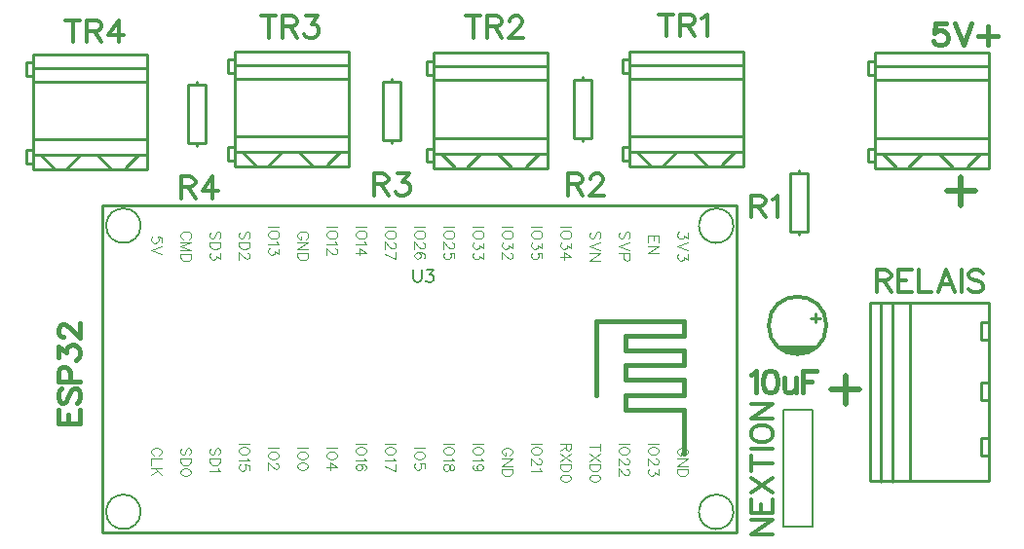
<source format=gto>
G04 Layer: TopSilkLayer*
G04 EasyEDA v6.4.19.4, 2021-06-27T21:00:09+02:00*
G04 fb06414095cb4972a754c1e5e836c03f,10*
G04 Gerber Generator version 0.2*
G04 Scale: 100 percent, Rotated: No, Reflected: No *
G04 Dimensions in millimeters *
G04 leading zeros omitted , absolute positions ,4 integer and 5 decimal *
%FSLAX45Y45*%
%MOMM*%

%ADD10C,0.2540*%
%ADD15C,0.2032*%
%ADD16C,0.2030*%
%ADD17C,0.4064*%
%ADD18C,0.3000*%
%ADD19C,0.1501*%
%ADD20C,0.5000*%
%ADD21C,0.4000*%
%ADD22C,0.1524*%
%ADD23C,0.0813*%

%LPD*%
D20*
X8352281Y3576573D02*
G01*
X8352281Y3330955D01*
X8229600Y3453892D02*
G01*
X8474963Y3453892D01*
X7348981Y1849373D02*
G01*
X7348981Y1603755D01*
X7226300Y1726692D02*
G01*
X7471663Y1726692D01*
D21*
X6527800Y1854454D02*
G01*
X6546088Y1863597D01*
X6573265Y1891029D01*
X6573265Y1700021D01*
X6687820Y1891029D02*
G01*
X6660641Y1881886D01*
X6642354Y1854454D01*
X6633209Y1808987D01*
X6633209Y1781810D01*
X6642354Y1736344D01*
X6660641Y1709165D01*
X6687820Y1700021D01*
X6706108Y1700021D01*
X6733286Y1709165D01*
X6751320Y1736344D01*
X6760463Y1781810D01*
X6760463Y1808987D01*
X6751320Y1854454D01*
X6733286Y1881886D01*
X6706108Y1891029D01*
X6687820Y1891029D01*
X6820408Y1827276D02*
G01*
X6820408Y1736344D01*
X6829552Y1709165D01*
X6847840Y1700021D01*
X6875018Y1700021D01*
X6893306Y1709165D01*
X6920484Y1736344D01*
X6920484Y1827276D02*
G01*
X6920484Y1700021D01*
X6980427Y1891029D02*
G01*
X6980427Y1700021D01*
X6980427Y1891029D02*
G01*
X7098791Y1891029D01*
X6980427Y1800097D02*
G01*
X7053325Y1800097D01*
D18*
X6529070Y469900D02*
G01*
X6720077Y469900D01*
X6529070Y469900D02*
G01*
X6720077Y597154D01*
X6529070Y597154D02*
G01*
X6720077Y597154D01*
X6529070Y657097D02*
G01*
X6720077Y657097D01*
X6529070Y657097D02*
G01*
X6529070Y775462D01*
X6620002Y657097D02*
G01*
X6620002Y729995D01*
X6720077Y657097D02*
G01*
X6720077Y775462D01*
X6529070Y835405D02*
G01*
X6720077Y962660D01*
X6529070Y962660D02*
G01*
X6720077Y835405D01*
X6529070Y1086357D02*
G01*
X6720077Y1086357D01*
X6529070Y1022604D02*
G01*
X6529070Y1149857D01*
X6529070Y1209802D02*
G01*
X6720077Y1209802D01*
X6529070Y1324355D02*
G01*
X6538213Y1306321D01*
X6556502Y1288034D01*
X6574536Y1278889D01*
X6601968Y1270000D01*
X6647434Y1270000D01*
X6674611Y1278889D01*
X6692900Y1288034D01*
X6710934Y1306321D01*
X6720077Y1324355D01*
X6720077Y1360931D01*
X6710934Y1378965D01*
X6692900Y1397254D01*
X6674611Y1406144D01*
X6647434Y1415287D01*
X6601968Y1415287D01*
X6574536Y1406144D01*
X6556502Y1397254D01*
X6538213Y1378965D01*
X6529070Y1360931D01*
X6529070Y1324355D01*
X6529070Y1475231D02*
G01*
X6720077Y1475231D01*
X6529070Y1475231D02*
G01*
X6720077Y1602739D01*
X6529070Y1602739D02*
G01*
X6720077Y1602739D01*
X7620000Y2767329D02*
G01*
X7620000Y2576321D01*
X7620000Y2767329D02*
G01*
X7701788Y2767329D01*
X7728965Y2758186D01*
X7738109Y2749042D01*
X7747254Y2730754D01*
X7747254Y2712720D01*
X7738109Y2694431D01*
X7728965Y2685287D01*
X7701788Y2676397D01*
X7620000Y2676397D01*
X7683754Y2676397D02*
G01*
X7747254Y2576321D01*
X7807197Y2767329D02*
G01*
X7807197Y2576321D01*
X7807197Y2767329D02*
G01*
X7925561Y2767329D01*
X7807197Y2676397D02*
G01*
X7880095Y2676397D01*
X7807197Y2576321D02*
G01*
X7925561Y2576321D01*
X7985506Y2767329D02*
G01*
X7985506Y2576321D01*
X7985506Y2576321D02*
G01*
X8094472Y2576321D01*
X8227313Y2767329D02*
G01*
X8154670Y2576321D01*
X8227313Y2767329D02*
G01*
X8299958Y2576321D01*
X8181847Y2639821D02*
G01*
X8272779Y2639821D01*
X8359902Y2767329D02*
G01*
X8359902Y2576321D01*
X8547354Y2739897D02*
G01*
X8529065Y2758186D01*
X8501888Y2767329D01*
X8465565Y2767329D01*
X8438134Y2758186D01*
X8420100Y2739897D01*
X8420100Y2721863D01*
X8428990Y2703576D01*
X8438134Y2694431D01*
X8456422Y2685287D01*
X8511031Y2667254D01*
X8529065Y2658110D01*
X8538209Y2648965D01*
X8547354Y2630931D01*
X8547354Y2603500D01*
X8529065Y2585465D01*
X8501888Y2576321D01*
X8465565Y2576321D01*
X8438134Y2585465D01*
X8420100Y2603500D01*
X635254Y4939029D02*
G01*
X635254Y4748021D01*
X571500Y4939029D02*
G01*
X698754Y4939029D01*
X758697Y4939029D02*
G01*
X758697Y4748021D01*
X758697Y4939029D02*
G01*
X840486Y4939029D01*
X867918Y4929886D01*
X877062Y4920742D01*
X885952Y4902454D01*
X885952Y4884420D01*
X877062Y4866131D01*
X867918Y4856987D01*
X840486Y4848097D01*
X758697Y4848097D01*
X822452Y4848097D02*
G01*
X885952Y4748021D01*
X1036828Y4939029D02*
G01*
X946150Y4811521D01*
X1082294Y4811521D01*
X1036828Y4939029D02*
G01*
X1036828Y4748021D01*
X2337054Y4977129D02*
G01*
X2337054Y4786121D01*
X2273300Y4977129D02*
G01*
X2400554Y4977129D01*
X2460497Y4977129D02*
G01*
X2460497Y4786121D01*
X2460497Y4977129D02*
G01*
X2542286Y4977129D01*
X2569718Y4967986D01*
X2578861Y4958842D01*
X2587752Y4940554D01*
X2587752Y4922520D01*
X2578861Y4904231D01*
X2569718Y4895087D01*
X2542286Y4886197D01*
X2460497Y4886197D01*
X2524252Y4886197D02*
G01*
X2587752Y4786121D01*
X2665984Y4977129D02*
G01*
X2766059Y4977129D01*
X2711450Y4904231D01*
X2738627Y4904231D01*
X2756915Y4895087D01*
X2766059Y4886197D01*
X2775204Y4858765D01*
X2775204Y4840731D01*
X2766059Y4813300D01*
X2747772Y4795265D01*
X2720593Y4786121D01*
X2693415Y4786121D01*
X2665984Y4795265D01*
X2656840Y4804410D01*
X2647950Y4822444D01*
X4114812Y4977129D02*
G01*
X4114812Y4786121D01*
X4051312Y4977129D02*
G01*
X4178566Y4977129D01*
X4238510Y4977129D02*
G01*
X4238510Y4786121D01*
X4238510Y4977129D02*
G01*
X4320298Y4977129D01*
X4347730Y4967986D01*
X4356874Y4958842D01*
X4365764Y4940554D01*
X4365764Y4922520D01*
X4356874Y4904231D01*
X4347730Y4895087D01*
X4320298Y4886197D01*
X4238510Y4886197D01*
X4302264Y4886197D02*
G01*
X4365764Y4786121D01*
X4434852Y4931663D02*
G01*
X4434852Y4940554D01*
X4443996Y4958842D01*
X4453140Y4967986D01*
X4471174Y4977129D01*
X4507750Y4977129D01*
X4525784Y4967986D01*
X4534928Y4958842D01*
X4544072Y4940554D01*
X4544072Y4922520D01*
X4534928Y4904231D01*
X4516640Y4877054D01*
X4425962Y4786121D01*
X4553216Y4786121D01*
D21*
X8224265Y4913629D02*
G01*
X8133588Y4913629D01*
X8124443Y4831587D01*
X8133588Y4840731D01*
X8160765Y4849876D01*
X8187943Y4849876D01*
X8215375Y4840731D01*
X8233409Y4822697D01*
X8242554Y4795265D01*
X8242554Y4777231D01*
X8233409Y4749800D01*
X8215375Y4731765D01*
X8187943Y4722621D01*
X8160765Y4722621D01*
X8133588Y4731765D01*
X8124443Y4740910D01*
X8115300Y4758944D01*
X8302497Y4913629D02*
G01*
X8375395Y4722621D01*
X8448040Y4913629D02*
G01*
X8375395Y4722621D01*
X8589772Y4886197D02*
G01*
X8589772Y4722621D01*
X8507984Y4804410D02*
G01*
X8671559Y4804410D01*
D18*
X5791212Y4989829D02*
G01*
X5791212Y4798821D01*
X5727712Y4989829D02*
G01*
X5854966Y4989829D01*
X5914910Y4989829D02*
G01*
X5914910Y4798821D01*
X5914910Y4989829D02*
G01*
X5996698Y4989829D01*
X6024130Y4980686D01*
X6033274Y4971542D01*
X6042164Y4953254D01*
X6042164Y4935220D01*
X6033274Y4916931D01*
X6024130Y4907787D01*
X5996698Y4898897D01*
X5914910Y4898897D01*
X5978664Y4898897D02*
G01*
X6042164Y4798821D01*
X6102362Y4953254D02*
G01*
X6120396Y4962397D01*
X6147574Y4989829D01*
X6147574Y4798821D01*
X6527800Y3415029D02*
G01*
X6527800Y3224021D01*
X6527800Y3415029D02*
G01*
X6609588Y3415029D01*
X6636765Y3405886D01*
X6645909Y3396742D01*
X6655054Y3378454D01*
X6655054Y3360420D01*
X6645909Y3342131D01*
X6636765Y3332987D01*
X6609588Y3324097D01*
X6527800Y3324097D01*
X6591554Y3324097D02*
G01*
X6655054Y3224021D01*
X6714997Y3378454D02*
G01*
X6733286Y3387597D01*
X6760463Y3415029D01*
X6760463Y3224021D01*
X3251200Y3605529D02*
G01*
X3251200Y3414521D01*
X3251200Y3605529D02*
G01*
X3332988Y3605529D01*
X3360165Y3596386D01*
X3369309Y3587242D01*
X3378454Y3568954D01*
X3378454Y3550920D01*
X3369309Y3532631D01*
X3360165Y3523487D01*
X3332988Y3514597D01*
X3251200Y3514597D01*
X3314954Y3514597D02*
G01*
X3378454Y3414521D01*
X3456686Y3605529D02*
G01*
X3556761Y3605529D01*
X3502152Y3532631D01*
X3529329Y3532631D01*
X3547618Y3523487D01*
X3556761Y3514597D01*
X3565652Y3487165D01*
X3565652Y3469131D01*
X3556761Y3441700D01*
X3538474Y3423665D01*
X3511295Y3414521D01*
X3483863Y3414521D01*
X3456686Y3423665D01*
X3447541Y3432810D01*
X3438397Y3450844D01*
X1574800Y3580129D02*
G01*
X1574800Y3389121D01*
X1574800Y3580129D02*
G01*
X1656587Y3580129D01*
X1683765Y3570986D01*
X1692910Y3561842D01*
X1702054Y3543554D01*
X1702054Y3525520D01*
X1692910Y3507231D01*
X1683765Y3498087D01*
X1656587Y3489197D01*
X1574800Y3489197D01*
X1638554Y3489197D02*
G01*
X1702054Y3389121D01*
X1852929Y3580129D02*
G01*
X1761997Y3452621D01*
X1898395Y3452621D01*
X1852929Y3580129D02*
G01*
X1852929Y3389121D01*
X4940300Y3605529D02*
G01*
X4940300Y3414521D01*
X4940300Y3605529D02*
G01*
X5022088Y3605529D01*
X5049265Y3596386D01*
X5058409Y3587242D01*
X5067554Y3568954D01*
X5067554Y3550920D01*
X5058409Y3532631D01*
X5049265Y3523487D01*
X5022088Y3514597D01*
X4940300Y3514597D01*
X5004054Y3514597D02*
G01*
X5067554Y3414521D01*
X5136641Y3560063D02*
G01*
X5136641Y3568954D01*
X5145786Y3587242D01*
X5154929Y3596386D01*
X5172963Y3605529D01*
X5209286Y3605529D01*
X5227574Y3596386D01*
X5236718Y3587242D01*
X5245861Y3568954D01*
X5245861Y3550920D01*
X5236718Y3532631D01*
X5218429Y3505454D01*
X5127497Y3414521D01*
X5254752Y3414521D01*
D22*
X3594100Y2769615D02*
G01*
X3594100Y2691637D01*
X3599179Y2676144D01*
X3609593Y2665729D01*
X3625341Y2660650D01*
X3635756Y2660650D01*
X3651250Y2665729D01*
X3661663Y2676144D01*
X3666743Y2691637D01*
X3666743Y2769615D01*
X3711447Y2769615D02*
G01*
X3768597Y2769615D01*
X3737609Y2727960D01*
X3753104Y2727960D01*
X3763518Y2722879D01*
X3768597Y2717800D01*
X3773931Y2702052D01*
X3773931Y2691637D01*
X3768597Y2676144D01*
X3758184Y2665729D01*
X3742690Y2660650D01*
X3727195Y2660650D01*
X3711447Y2665729D01*
X3706368Y2670810D01*
X3701034Y2681223D01*
D23*
X5982970Y3092957D02*
G01*
X5982970Y3044697D01*
X5947663Y3071113D01*
X5947663Y3057905D01*
X5943345Y3049270D01*
X5939027Y3044697D01*
X5925820Y3040379D01*
X5917184Y3040379D01*
X5903975Y3044697D01*
X5895086Y3053587D01*
X5890768Y3066795D01*
X5890768Y3080004D01*
X5895086Y3092957D01*
X5899404Y3097529D01*
X5908293Y3101847D01*
X5982970Y3011423D02*
G01*
X5890768Y2976371D01*
X5982970Y2941320D02*
G01*
X5890768Y2976371D01*
X5982970Y2903473D02*
G01*
X5982970Y2855213D01*
X5947663Y2881629D01*
X5947663Y2868421D01*
X5943345Y2859531D01*
X5939027Y2855213D01*
X5925820Y2850895D01*
X5917184Y2850895D01*
X5903975Y2855213D01*
X5895086Y2864104D01*
X5890768Y2877312D01*
X5890768Y2890265D01*
X5895086Y2903473D01*
X5899404Y2907792D01*
X5908293Y2912363D01*
X5728970Y3063239D02*
G01*
X5636768Y3063239D01*
X5728970Y3063239D02*
G01*
X5728970Y3006089D01*
X5685027Y3063239D02*
G01*
X5685027Y3028187D01*
X5636768Y3063239D02*
G01*
X5636768Y3006089D01*
X5728970Y2977134D02*
G01*
X5636768Y2977134D01*
X5728970Y2977134D02*
G01*
X5636768Y2915920D01*
X5728970Y2915920D02*
G01*
X5636768Y2915920D01*
X5461761Y3040379D02*
G01*
X5470397Y3049270D01*
X5474970Y3062223D01*
X5474970Y3080004D01*
X5470397Y3092957D01*
X5461761Y3101847D01*
X5452872Y3101847D01*
X5444236Y3097529D01*
X5439663Y3092957D01*
X5435345Y3084321D01*
X5426709Y3057905D01*
X5422138Y3049270D01*
X5417820Y3044697D01*
X5409184Y3040379D01*
X5395975Y3040379D01*
X5387086Y3049270D01*
X5382768Y3062223D01*
X5382768Y3080004D01*
X5387086Y3092957D01*
X5395975Y3101847D01*
X5474970Y3011423D02*
G01*
X5382768Y2976371D01*
X5474970Y2941320D02*
G01*
X5382768Y2976371D01*
X5474970Y2912363D02*
G01*
X5382768Y2912363D01*
X5474970Y2912363D02*
G01*
X5474970Y2872739D01*
X5470397Y2859531D01*
X5466079Y2855213D01*
X5457443Y2850895D01*
X5444236Y2850895D01*
X5435345Y2855213D01*
X5431027Y2859531D01*
X5426709Y2872739D01*
X5426709Y2912363D01*
X5207761Y3040379D02*
G01*
X5216397Y3049270D01*
X5220970Y3062223D01*
X5220970Y3080004D01*
X5216397Y3092957D01*
X5207761Y3101847D01*
X5198872Y3101847D01*
X5190236Y3097529D01*
X5185663Y3092957D01*
X5181345Y3084321D01*
X5172709Y3057905D01*
X5168138Y3049270D01*
X5163820Y3044697D01*
X5155184Y3040379D01*
X5141975Y3040379D01*
X5133086Y3049270D01*
X5128768Y3062223D01*
X5128768Y3080004D01*
X5133086Y3092957D01*
X5141975Y3101847D01*
X5220970Y3011423D02*
G01*
X5128768Y2976371D01*
X5220970Y2941320D02*
G01*
X5128768Y2976371D01*
X5220970Y2912363D02*
G01*
X5128768Y2912363D01*
X5220970Y2912363D02*
G01*
X5128768Y2850895D01*
X5220970Y2850895D02*
G01*
X5128768Y2850895D01*
X4966970Y3140455D02*
G01*
X4874768Y3140455D01*
X4966970Y3085084D02*
G01*
X4962397Y3093973D01*
X4953761Y3102610D01*
X4944872Y3107181D01*
X4931918Y3111500D01*
X4909820Y3111500D01*
X4896611Y3107181D01*
X4887975Y3102610D01*
X4879086Y3093973D01*
X4874768Y3085084D01*
X4874768Y3067557D01*
X4879086Y3058921D01*
X4887975Y3050031D01*
X4896611Y3045713D01*
X4909820Y3041395D01*
X4931918Y3041395D01*
X4944872Y3045713D01*
X4953761Y3050031D01*
X4962397Y3058921D01*
X4966970Y3067557D01*
X4966970Y3085084D01*
X4966970Y3003550D02*
G01*
X4966970Y2955289D01*
X4931918Y2981705D01*
X4931918Y2968497D01*
X4927345Y2959607D01*
X4923027Y2955289D01*
X4909820Y2950971D01*
X4901184Y2950971D01*
X4887975Y2955289D01*
X4879086Y2964179D01*
X4874768Y2977134D01*
X4874768Y2990342D01*
X4879086Y3003550D01*
X4883658Y3007868D01*
X4892293Y3012439D01*
X4966970Y2878073D02*
G01*
X4905502Y2922015D01*
X4905502Y2856229D01*
X4966970Y2878073D02*
G01*
X4874768Y2878073D01*
X4712970Y3140455D02*
G01*
X4620768Y3140455D01*
X4712970Y3085084D02*
G01*
X4708397Y3093973D01*
X4699761Y3102610D01*
X4690872Y3107181D01*
X4677918Y3111500D01*
X4655820Y3111500D01*
X4642611Y3107181D01*
X4633975Y3102610D01*
X4625086Y3093973D01*
X4620768Y3085084D01*
X4620768Y3067557D01*
X4625086Y3058921D01*
X4633975Y3050031D01*
X4642611Y3045713D01*
X4655820Y3041395D01*
X4677918Y3041395D01*
X4690872Y3045713D01*
X4699761Y3050031D01*
X4708397Y3058921D01*
X4712970Y3067557D01*
X4712970Y3085084D01*
X4712970Y3003550D02*
G01*
X4712970Y2955289D01*
X4677918Y2981705D01*
X4677918Y2968497D01*
X4673345Y2959607D01*
X4669027Y2955289D01*
X4655820Y2950971D01*
X4647184Y2950971D01*
X4633975Y2955289D01*
X4625086Y2964179D01*
X4620768Y2977134D01*
X4620768Y2990342D01*
X4625086Y3003550D01*
X4629658Y3007868D01*
X4638293Y3012439D01*
X4712970Y2869184D02*
G01*
X4712970Y2913126D01*
X4673345Y2917444D01*
X4677918Y2913126D01*
X4682236Y2899918D01*
X4682236Y2886963D01*
X4677918Y2873755D01*
X4669027Y2864865D01*
X4655820Y2860547D01*
X4647184Y2860547D01*
X4633975Y2864865D01*
X4625086Y2873755D01*
X4620768Y2886963D01*
X4620768Y2899918D01*
X4625086Y2913126D01*
X4629658Y2917444D01*
X4638293Y2922015D01*
X4458970Y3140455D02*
G01*
X4366768Y3140455D01*
X4458970Y3085084D02*
G01*
X4454397Y3093973D01*
X4445761Y3102610D01*
X4436872Y3107181D01*
X4423918Y3111500D01*
X4401820Y3111500D01*
X4388611Y3107181D01*
X4379975Y3102610D01*
X4371086Y3093973D01*
X4366768Y3085084D01*
X4366768Y3067557D01*
X4371086Y3058921D01*
X4379975Y3050031D01*
X4388611Y3045713D01*
X4401820Y3041395D01*
X4423918Y3041395D01*
X4436872Y3045713D01*
X4445761Y3050031D01*
X4454397Y3058921D01*
X4458970Y3067557D01*
X4458970Y3085084D01*
X4458970Y3003550D02*
G01*
X4458970Y2955289D01*
X4423918Y2981705D01*
X4423918Y2968497D01*
X4419345Y2959607D01*
X4415027Y2955289D01*
X4401820Y2950971D01*
X4393184Y2950971D01*
X4379975Y2955289D01*
X4371086Y2964179D01*
X4366768Y2977134D01*
X4366768Y2990342D01*
X4371086Y3003550D01*
X4375658Y3007868D01*
X4384293Y3012439D01*
X4436872Y2917444D02*
G01*
X4441443Y2917444D01*
X4450079Y2913126D01*
X4454397Y2908807D01*
X4458970Y2899918D01*
X4458970Y2882392D01*
X4454397Y2873755D01*
X4450079Y2869184D01*
X4441443Y2864865D01*
X4432554Y2864865D01*
X4423918Y2869184D01*
X4410709Y2878073D01*
X4366768Y2922015D01*
X4366768Y2860547D01*
X4204970Y3140455D02*
G01*
X4112768Y3140455D01*
X4204970Y3085084D02*
G01*
X4200397Y3093973D01*
X4191761Y3102610D01*
X4182872Y3107181D01*
X4169918Y3111500D01*
X4147820Y3111500D01*
X4134611Y3107181D01*
X4125975Y3102610D01*
X4117086Y3093973D01*
X4112768Y3085084D01*
X4112768Y3067557D01*
X4117086Y3058921D01*
X4125975Y3050031D01*
X4134611Y3045713D01*
X4147820Y3041395D01*
X4169918Y3041395D01*
X4182872Y3045713D01*
X4191761Y3050031D01*
X4200397Y3058921D01*
X4204970Y3067557D01*
X4204970Y3085084D01*
X4204970Y3003550D02*
G01*
X4204970Y2955289D01*
X4169918Y2981705D01*
X4169918Y2968497D01*
X4165345Y2959607D01*
X4161027Y2955289D01*
X4147820Y2950971D01*
X4139184Y2950971D01*
X4125975Y2955289D01*
X4117086Y2964179D01*
X4112768Y2977134D01*
X4112768Y2990342D01*
X4117086Y3003550D01*
X4121658Y3007868D01*
X4130293Y3012439D01*
X4204970Y2913126D02*
G01*
X4204970Y2864865D01*
X4169918Y2891281D01*
X4169918Y2878073D01*
X4165345Y2869184D01*
X4161027Y2864865D01*
X4147820Y2860547D01*
X4139184Y2860547D01*
X4125975Y2864865D01*
X4117086Y2873755D01*
X4112768Y2886963D01*
X4112768Y2899918D01*
X4117086Y2913126D01*
X4121658Y2917444D01*
X4130293Y2922015D01*
X3950970Y3140455D02*
G01*
X3858768Y3140455D01*
X3950970Y3085084D02*
G01*
X3946397Y3093973D01*
X3937761Y3102610D01*
X3928872Y3107181D01*
X3915918Y3111500D01*
X3893820Y3111500D01*
X3880611Y3107181D01*
X3871975Y3102610D01*
X3863086Y3093973D01*
X3858768Y3085084D01*
X3858768Y3067557D01*
X3863086Y3058921D01*
X3871975Y3050031D01*
X3880611Y3045713D01*
X3893820Y3041395D01*
X3915918Y3041395D01*
X3928872Y3045713D01*
X3937761Y3050031D01*
X3946397Y3058921D01*
X3950970Y3067557D01*
X3950970Y3085084D01*
X3928872Y3007868D02*
G01*
X3933443Y3007868D01*
X3942079Y3003550D01*
X3946397Y2999231D01*
X3950970Y2990342D01*
X3950970Y2972815D01*
X3946397Y2964179D01*
X3942079Y2959607D01*
X3933443Y2955289D01*
X3924554Y2955289D01*
X3915918Y2959607D01*
X3902709Y2968497D01*
X3858768Y3012439D01*
X3858768Y2950971D01*
X3950970Y2869184D02*
G01*
X3950970Y2913126D01*
X3911345Y2917444D01*
X3915918Y2913126D01*
X3920236Y2899918D01*
X3920236Y2886963D01*
X3915918Y2873755D01*
X3907027Y2864865D01*
X3893820Y2860547D01*
X3885184Y2860547D01*
X3871975Y2864865D01*
X3863086Y2873755D01*
X3858768Y2886963D01*
X3858768Y2899918D01*
X3863086Y2913126D01*
X3867658Y2917444D01*
X3876293Y2922015D01*
X3696970Y3140455D02*
G01*
X3604768Y3140455D01*
X3696970Y3085084D02*
G01*
X3692397Y3093973D01*
X3683761Y3102610D01*
X3674872Y3107181D01*
X3661918Y3111500D01*
X3639820Y3111500D01*
X3626611Y3107181D01*
X3617975Y3102610D01*
X3609086Y3093973D01*
X3604768Y3085084D01*
X3604768Y3067557D01*
X3609086Y3058921D01*
X3617975Y3050031D01*
X3626611Y3045713D01*
X3639820Y3041395D01*
X3661918Y3041395D01*
X3674872Y3045713D01*
X3683761Y3050031D01*
X3692397Y3058921D01*
X3696970Y3067557D01*
X3696970Y3085084D01*
X3674872Y3007868D02*
G01*
X3679443Y3007868D01*
X3688079Y3003550D01*
X3692397Y2999231D01*
X3696970Y2990342D01*
X3696970Y2972815D01*
X3692397Y2964179D01*
X3688079Y2959607D01*
X3679443Y2955289D01*
X3670554Y2955289D01*
X3661918Y2959607D01*
X3648709Y2968497D01*
X3604768Y3012439D01*
X3604768Y2950971D01*
X3683761Y2869184D02*
G01*
X3692397Y2873755D01*
X3696970Y2886963D01*
X3696970Y2895600D01*
X3692397Y2908807D01*
X3679443Y2917444D01*
X3657345Y2922015D01*
X3635502Y2922015D01*
X3617975Y2917444D01*
X3609086Y2908807D01*
X3604768Y2895600D01*
X3604768Y2891281D01*
X3609086Y2878073D01*
X3617975Y2869184D01*
X3631184Y2864865D01*
X3635502Y2864865D01*
X3648709Y2869184D01*
X3657345Y2878073D01*
X3661918Y2891281D01*
X3661918Y2895600D01*
X3657345Y2908807D01*
X3648709Y2917444D01*
X3635502Y2922015D01*
X3442970Y3140455D02*
G01*
X3350768Y3140455D01*
X3442970Y3085084D02*
G01*
X3438397Y3093973D01*
X3429761Y3102610D01*
X3420872Y3107181D01*
X3407918Y3111500D01*
X3385820Y3111500D01*
X3372611Y3107181D01*
X3363975Y3102610D01*
X3355086Y3093973D01*
X3350768Y3085084D01*
X3350768Y3067557D01*
X3355086Y3058921D01*
X3363975Y3050031D01*
X3372611Y3045713D01*
X3385820Y3041395D01*
X3407918Y3041395D01*
X3420872Y3045713D01*
X3429761Y3050031D01*
X3438397Y3058921D01*
X3442970Y3067557D01*
X3442970Y3085084D01*
X3420872Y3007868D02*
G01*
X3425443Y3007868D01*
X3434079Y3003550D01*
X3438397Y2999231D01*
X3442970Y2990342D01*
X3442970Y2972815D01*
X3438397Y2964179D01*
X3434079Y2959607D01*
X3425443Y2955289D01*
X3416554Y2955289D01*
X3407918Y2959607D01*
X3394709Y2968497D01*
X3350768Y3012439D01*
X3350768Y2950971D01*
X3442970Y2860547D02*
G01*
X3350768Y2904489D01*
X3442970Y2922015D02*
G01*
X3442970Y2860547D01*
X3188970Y3140455D02*
G01*
X3096768Y3140455D01*
X3188970Y3085084D02*
G01*
X3184397Y3093973D01*
X3175761Y3102610D01*
X3166872Y3107181D01*
X3153918Y3111500D01*
X3131820Y3111500D01*
X3118611Y3107181D01*
X3109975Y3102610D01*
X3101086Y3093973D01*
X3096768Y3085084D01*
X3096768Y3067557D01*
X3101086Y3058921D01*
X3109975Y3050031D01*
X3118611Y3045713D01*
X3131820Y3041395D01*
X3153918Y3041395D01*
X3166872Y3045713D01*
X3175761Y3050031D01*
X3184397Y3058921D01*
X3188970Y3067557D01*
X3188970Y3085084D01*
X3171443Y3012439D02*
G01*
X3175761Y3003550D01*
X3188970Y2990342D01*
X3096768Y2990342D01*
X3188970Y2917444D02*
G01*
X3127502Y2961386D01*
X3127502Y2895600D01*
X3188970Y2917444D02*
G01*
X3096768Y2917444D01*
X2934970Y3140455D02*
G01*
X2842768Y3140455D01*
X2934970Y3085084D02*
G01*
X2930397Y3093973D01*
X2921761Y3102610D01*
X2912872Y3107181D01*
X2899918Y3111500D01*
X2877820Y3111500D01*
X2864611Y3107181D01*
X2855975Y3102610D01*
X2847086Y3093973D01*
X2842768Y3085084D01*
X2842768Y3067557D01*
X2847086Y3058921D01*
X2855975Y3050031D01*
X2864611Y3045713D01*
X2877820Y3041395D01*
X2899918Y3041395D01*
X2912872Y3045713D01*
X2921761Y3050031D01*
X2930397Y3058921D01*
X2934970Y3067557D01*
X2934970Y3085084D01*
X2917443Y3012439D02*
G01*
X2921761Y3003550D01*
X2934970Y2990342D01*
X2842768Y2990342D01*
X2912872Y2957068D02*
G01*
X2917443Y2957068D01*
X2926079Y2952750D01*
X2930397Y2948178D01*
X2934970Y2939542D01*
X2934970Y2922015D01*
X2930397Y2913126D01*
X2926079Y2908807D01*
X2917443Y2904489D01*
X2908554Y2904489D01*
X2899918Y2908807D01*
X2886709Y2917444D01*
X2842768Y2961386D01*
X2842768Y2899918D01*
X2658872Y3036062D02*
G01*
X2667761Y3040379D01*
X2676397Y3049270D01*
X2680970Y3057905D01*
X2680970Y3075431D01*
X2676397Y3084321D01*
X2667761Y3092957D01*
X2658872Y3097529D01*
X2645918Y3101847D01*
X2623820Y3101847D01*
X2610611Y3097529D01*
X2601975Y3092957D01*
X2593086Y3084321D01*
X2588768Y3075431D01*
X2588768Y3057905D01*
X2593086Y3049270D01*
X2601975Y3040379D01*
X2610611Y3036062D01*
X2623820Y3036062D01*
X2623820Y3057905D02*
G01*
X2623820Y3036062D01*
X2680970Y3007105D02*
G01*
X2588768Y3007105D01*
X2680970Y3007105D02*
G01*
X2588768Y2945637D01*
X2680970Y2945637D02*
G01*
X2588768Y2945637D01*
X2680970Y2916681D02*
G01*
X2588768Y2916681D01*
X2680970Y2916681D02*
G01*
X2680970Y2885947D01*
X2676397Y2872739D01*
X2667761Y2864104D01*
X2658872Y2859531D01*
X2645918Y2855213D01*
X2623820Y2855213D01*
X2610611Y2859531D01*
X2601975Y2864104D01*
X2593086Y2872739D01*
X2588768Y2885947D01*
X2588768Y2916681D01*
X2426970Y3140455D02*
G01*
X2334768Y3140455D01*
X2426970Y3085084D02*
G01*
X2422397Y3093973D01*
X2413761Y3102610D01*
X2404872Y3107181D01*
X2391918Y3111500D01*
X2369820Y3111500D01*
X2356611Y3107181D01*
X2347975Y3102610D01*
X2339086Y3093973D01*
X2334768Y3085084D01*
X2334768Y3067557D01*
X2339086Y3058921D01*
X2347975Y3050031D01*
X2356611Y3045713D01*
X2369820Y3041395D01*
X2391918Y3041395D01*
X2404872Y3045713D01*
X2413761Y3050031D01*
X2422397Y3058921D01*
X2426970Y3067557D01*
X2426970Y3085084D01*
X2409443Y3012439D02*
G01*
X2413761Y3003550D01*
X2426970Y2990342D01*
X2334768Y2990342D01*
X2426970Y2952750D02*
G01*
X2426970Y2904489D01*
X2391918Y2930652D01*
X2391918Y2917444D01*
X2387345Y2908807D01*
X2383027Y2904489D01*
X2369820Y2899918D01*
X2361184Y2899918D01*
X2347975Y2904489D01*
X2339086Y2913126D01*
X2334768Y2926334D01*
X2334768Y2939542D01*
X2339086Y2952750D01*
X2343658Y2957068D01*
X2352293Y2961386D01*
X2159761Y3040379D02*
G01*
X2168397Y3049270D01*
X2172970Y3062223D01*
X2172970Y3080004D01*
X2168397Y3092957D01*
X2159761Y3101847D01*
X2150872Y3101847D01*
X2142236Y3097529D01*
X2137918Y3092957D01*
X2133345Y3084321D01*
X2124709Y3057905D01*
X2120138Y3049270D01*
X2115820Y3044697D01*
X2107184Y3040379D01*
X2093975Y3040379D01*
X2085086Y3049270D01*
X2080768Y3062223D01*
X2080768Y3080004D01*
X2085086Y3092957D01*
X2093975Y3101847D01*
X2172970Y3011423D02*
G01*
X2080768Y3011423D01*
X2172970Y3011423D02*
G01*
X2172970Y2980689D01*
X2168397Y2967481D01*
X2159761Y2958845D01*
X2150872Y2954528D01*
X2137918Y2949955D01*
X2115820Y2949955D01*
X2102611Y2954528D01*
X2093975Y2958845D01*
X2085086Y2967481D01*
X2080768Y2980689D01*
X2080768Y3011423D01*
X2150872Y2916681D02*
G01*
X2155443Y2916681D01*
X2164079Y2912363D01*
X2168397Y2907792D01*
X2172970Y2899155D01*
X2172970Y2881629D01*
X2168397Y2872739D01*
X2164079Y2868421D01*
X2155443Y2864104D01*
X2146554Y2864104D01*
X2137918Y2868421D01*
X2124709Y2877312D01*
X2080768Y2921000D01*
X2080768Y2859531D01*
X1905762Y3040379D02*
G01*
X1914397Y3049270D01*
X1918970Y3062223D01*
X1918970Y3080004D01*
X1914397Y3092957D01*
X1905762Y3101847D01*
X1896871Y3101847D01*
X1888236Y3097529D01*
X1883918Y3092957D01*
X1879345Y3084321D01*
X1870710Y3057905D01*
X1866137Y3049270D01*
X1861820Y3044697D01*
X1853184Y3040379D01*
X1839976Y3040379D01*
X1831086Y3049270D01*
X1826768Y3062223D01*
X1826768Y3080004D01*
X1831086Y3092957D01*
X1839976Y3101847D01*
X1918970Y3011423D02*
G01*
X1826768Y3011423D01*
X1918970Y3011423D02*
G01*
X1918970Y2980689D01*
X1914397Y2967481D01*
X1905762Y2958845D01*
X1896871Y2954528D01*
X1883918Y2949955D01*
X1861820Y2949955D01*
X1848612Y2954528D01*
X1839976Y2958845D01*
X1831086Y2967481D01*
X1826768Y2980689D01*
X1826768Y3011423D01*
X1918970Y2912363D02*
G01*
X1918970Y2864104D01*
X1883918Y2890265D01*
X1883918Y2877312D01*
X1879345Y2868421D01*
X1875028Y2864104D01*
X1861820Y2859531D01*
X1853184Y2859531D01*
X1839976Y2864104D01*
X1831086Y2872739D01*
X1826768Y2885947D01*
X1826768Y2899155D01*
X1831086Y2912363D01*
X1835657Y2916681D01*
X1844294Y2921000D01*
X1642871Y3036062D02*
G01*
X1651762Y3040379D01*
X1660397Y3049270D01*
X1664970Y3057905D01*
X1664970Y3075431D01*
X1660397Y3084321D01*
X1651762Y3092957D01*
X1642871Y3097529D01*
X1629918Y3101847D01*
X1607820Y3101847D01*
X1594612Y3097529D01*
X1585976Y3092957D01*
X1577086Y3084321D01*
X1572768Y3075431D01*
X1572768Y3057905D01*
X1577086Y3049270D01*
X1585976Y3040379D01*
X1594612Y3036062D01*
X1664970Y3007105D02*
G01*
X1572768Y3007105D01*
X1664970Y3007105D02*
G01*
X1572768Y2972054D01*
X1664970Y2936747D02*
G01*
X1572768Y2972054D01*
X1664970Y2936747D02*
G01*
X1572768Y2936747D01*
X1664970Y2907792D02*
G01*
X1572768Y2907792D01*
X1664970Y2907792D02*
G01*
X1664970Y2877312D01*
X1660397Y2864104D01*
X1651762Y2855213D01*
X1642871Y2850895D01*
X1629918Y2846578D01*
X1607820Y2846578D01*
X1594612Y2850895D01*
X1585976Y2855213D01*
X1577086Y2864104D01*
X1572768Y2877312D01*
X1572768Y2907792D01*
X1410970Y3010662D02*
G01*
X1410970Y3054350D01*
X1371345Y3058921D01*
X1375918Y3054350D01*
X1380236Y3041395D01*
X1380236Y3028187D01*
X1375918Y3014979D01*
X1367028Y3006089D01*
X1353820Y3001771D01*
X1345184Y3001771D01*
X1331976Y3006089D01*
X1323086Y3014979D01*
X1318768Y3028187D01*
X1318768Y3041395D01*
X1323086Y3054350D01*
X1327657Y3058921D01*
X1336294Y3063239D01*
X1410970Y2972815D02*
G01*
X1318768Y2937763D01*
X1410970Y2902712D02*
G01*
X1318768Y2937763D01*
X5958840Y1154684D02*
G01*
X5967729Y1159002D01*
X5976620Y1167892D01*
X5980938Y1176528D01*
X5980938Y1194054D01*
X5976620Y1202944D01*
X5967729Y1211579D01*
X5958840Y1216152D01*
X5945886Y1220470D01*
X5923788Y1220470D01*
X5910579Y1216152D01*
X5901943Y1211579D01*
X5893054Y1202944D01*
X5888736Y1194054D01*
X5888736Y1176528D01*
X5893054Y1167892D01*
X5901943Y1159002D01*
X5910579Y1154684D01*
X5923788Y1154684D01*
X5923788Y1176528D02*
G01*
X5923788Y1154684D01*
X5980938Y1125728D02*
G01*
X5888736Y1125728D01*
X5980938Y1125728D02*
G01*
X5888736Y1064260D01*
X5980938Y1064260D02*
G01*
X5888736Y1064260D01*
X5980938Y1035304D02*
G01*
X5888736Y1035304D01*
X5980938Y1035304D02*
G01*
X5980938Y1004570D01*
X5976620Y991362D01*
X5967729Y982726D01*
X5958840Y978154D01*
X5945886Y973836D01*
X5923788Y973836D01*
X5910579Y978154D01*
X5901943Y982726D01*
X5893054Y991362D01*
X5888736Y1004570D01*
X5888736Y1035304D01*
X5726938Y1259078D02*
G01*
X5634736Y1259078D01*
X5726938Y1203705D02*
G01*
X5722620Y1212595D01*
X5713729Y1221231D01*
X5704840Y1225804D01*
X5691886Y1230121D01*
X5669788Y1230121D01*
X5656579Y1225804D01*
X5647943Y1221231D01*
X5639054Y1212595D01*
X5634736Y1203705D01*
X5634736Y1186179D01*
X5639054Y1177544D01*
X5647943Y1168654D01*
X5656579Y1164336D01*
X5669788Y1159763D01*
X5691886Y1159763D01*
X5704840Y1164336D01*
X5713729Y1168654D01*
X5722620Y1177544D01*
X5726938Y1186179D01*
X5726938Y1203705D01*
X5704840Y1126489D02*
G01*
X5709411Y1126489D01*
X5718047Y1122171D01*
X5722620Y1117854D01*
X5726938Y1108963D01*
X5726938Y1091437D01*
X5722620Y1082547D01*
X5718047Y1078229D01*
X5709411Y1073912D01*
X5700522Y1073912D01*
X5691886Y1078229D01*
X5678677Y1087120D01*
X5634736Y1130807D01*
X5634736Y1069594D01*
X5726938Y1031747D02*
G01*
X5726938Y983487D01*
X5691886Y1009904D01*
X5691886Y996695D01*
X5687313Y987805D01*
X5682995Y983487D01*
X5669788Y979170D01*
X5661152Y979170D01*
X5647943Y983487D01*
X5639054Y992378D01*
X5634736Y1005331D01*
X5634736Y1018539D01*
X5639054Y1031747D01*
X5643625Y1036065D01*
X5652261Y1040637D01*
X5472938Y1259078D02*
G01*
X5380736Y1259078D01*
X5472938Y1203705D02*
G01*
X5468620Y1212595D01*
X5459729Y1221231D01*
X5450840Y1225804D01*
X5437886Y1230121D01*
X5415788Y1230121D01*
X5402579Y1225804D01*
X5393943Y1221231D01*
X5385054Y1212595D01*
X5380736Y1203705D01*
X5380736Y1186179D01*
X5385054Y1177544D01*
X5393943Y1168654D01*
X5402579Y1164336D01*
X5415788Y1159763D01*
X5437886Y1159763D01*
X5450840Y1164336D01*
X5459729Y1168654D01*
X5468620Y1177544D01*
X5472938Y1186179D01*
X5472938Y1203705D01*
X5450840Y1126489D02*
G01*
X5455411Y1126489D01*
X5464047Y1122171D01*
X5468620Y1117854D01*
X5472938Y1108963D01*
X5472938Y1091437D01*
X5468620Y1082547D01*
X5464047Y1078229D01*
X5455411Y1073912D01*
X5446522Y1073912D01*
X5437886Y1078229D01*
X5424677Y1087120D01*
X5380736Y1130807D01*
X5380736Y1069594D01*
X5450840Y1036065D02*
G01*
X5455411Y1036065D01*
X5464047Y1031747D01*
X5468620Y1027429D01*
X5472938Y1018539D01*
X5472938Y1001013D01*
X5468620Y992378D01*
X5464047Y987805D01*
X5455411Y983487D01*
X5446522Y983487D01*
X5437886Y987805D01*
X5424677Y996695D01*
X5380736Y1040637D01*
X5380736Y979170D01*
X5218938Y1228344D02*
G01*
X5126736Y1228344D01*
X5218938Y1259078D02*
G01*
X5218938Y1197610D01*
X5218938Y1168654D02*
G01*
X5126736Y1107186D01*
X5218938Y1107186D02*
G01*
X5126736Y1168654D01*
X5218938Y1078229D02*
G01*
X5126736Y1078229D01*
X5218938Y1078229D02*
G01*
X5218938Y1047495D01*
X5214620Y1034287D01*
X5205729Y1025652D01*
X5196840Y1021334D01*
X5183886Y1016762D01*
X5161788Y1016762D01*
X5148579Y1021334D01*
X5139943Y1025652D01*
X5131054Y1034287D01*
X5126736Y1047495D01*
X5126736Y1078229D01*
X5218938Y961644D02*
G01*
X5214620Y974852D01*
X5201411Y983487D01*
X5179313Y987805D01*
X5166359Y987805D01*
X5144261Y983487D01*
X5131054Y974852D01*
X5126736Y961644D01*
X5126736Y952754D01*
X5131054Y939545D01*
X5144261Y930910D01*
X5166359Y926592D01*
X5179313Y926592D01*
X5201411Y930910D01*
X5214620Y939545D01*
X5218938Y952754D01*
X5218938Y961644D01*
X4964938Y1259078D02*
G01*
X4872736Y1259078D01*
X4964938Y1259078D02*
G01*
X4964938Y1219454D01*
X4960620Y1206500D01*
X4956047Y1201928D01*
X4947411Y1197610D01*
X4938522Y1197610D01*
X4929886Y1201928D01*
X4925313Y1206500D01*
X4920995Y1219454D01*
X4920995Y1259078D01*
X4920995Y1228344D02*
G01*
X4872736Y1197610D01*
X4964938Y1168654D02*
G01*
X4872736Y1107186D01*
X4964938Y1107186D02*
G01*
X4872736Y1168654D01*
X4964938Y1078229D02*
G01*
X4872736Y1078229D01*
X4964938Y1078229D02*
G01*
X4964938Y1047495D01*
X4960620Y1034287D01*
X4951729Y1025652D01*
X4942840Y1021334D01*
X4929886Y1016762D01*
X4907788Y1016762D01*
X4894579Y1021334D01*
X4885943Y1025652D01*
X4877054Y1034287D01*
X4872736Y1047495D01*
X4872736Y1078229D01*
X4964938Y961644D02*
G01*
X4960620Y974852D01*
X4947411Y983487D01*
X4925313Y987805D01*
X4912359Y987805D01*
X4890261Y983487D01*
X4877054Y974852D01*
X4872736Y961644D01*
X4872736Y952754D01*
X4877054Y939545D01*
X4890261Y930910D01*
X4912359Y926592D01*
X4925313Y926592D01*
X4947411Y930910D01*
X4960620Y939545D01*
X4964938Y952754D01*
X4964938Y961644D01*
X4710938Y1259078D02*
G01*
X4618736Y1259078D01*
X4710938Y1203705D02*
G01*
X4706620Y1212595D01*
X4697729Y1221231D01*
X4688840Y1225804D01*
X4675886Y1230121D01*
X4653788Y1230121D01*
X4640579Y1225804D01*
X4631943Y1221231D01*
X4623054Y1212595D01*
X4618736Y1203705D01*
X4618736Y1186179D01*
X4623054Y1177544D01*
X4631943Y1168654D01*
X4640579Y1164336D01*
X4653788Y1159763D01*
X4675886Y1159763D01*
X4688840Y1164336D01*
X4697729Y1168654D01*
X4706620Y1177544D01*
X4710938Y1186179D01*
X4710938Y1203705D01*
X4688840Y1126489D02*
G01*
X4693411Y1126489D01*
X4702047Y1122171D01*
X4706620Y1117854D01*
X4710938Y1108963D01*
X4710938Y1091437D01*
X4706620Y1082547D01*
X4702047Y1078229D01*
X4693411Y1073912D01*
X4684522Y1073912D01*
X4675886Y1078229D01*
X4662677Y1087120D01*
X4618736Y1130807D01*
X4618736Y1069594D01*
X4693411Y1040637D02*
G01*
X4697729Y1031747D01*
X4710938Y1018539D01*
X4618736Y1018539D01*
X4434840Y1154684D02*
G01*
X4443729Y1159002D01*
X4452620Y1167892D01*
X4456938Y1176528D01*
X4456938Y1194054D01*
X4452620Y1202944D01*
X4443729Y1211579D01*
X4434840Y1216152D01*
X4421886Y1220470D01*
X4399788Y1220470D01*
X4386579Y1216152D01*
X4377943Y1211579D01*
X4369054Y1202944D01*
X4364736Y1194054D01*
X4364736Y1176528D01*
X4369054Y1167892D01*
X4377943Y1159002D01*
X4386579Y1154684D01*
X4399788Y1154684D01*
X4399788Y1176528D02*
G01*
X4399788Y1154684D01*
X4456938Y1125728D02*
G01*
X4364736Y1125728D01*
X4456938Y1125728D02*
G01*
X4364736Y1064260D01*
X4456938Y1064260D02*
G01*
X4364736Y1064260D01*
X4456938Y1035304D02*
G01*
X4364736Y1035304D01*
X4456938Y1035304D02*
G01*
X4456938Y1004570D01*
X4452620Y991362D01*
X4443729Y982726D01*
X4434840Y978154D01*
X4421886Y973836D01*
X4399788Y973836D01*
X4386579Y978154D01*
X4377943Y982726D01*
X4369054Y991362D01*
X4364736Y1004570D01*
X4364736Y1035304D01*
X4202938Y1259078D02*
G01*
X4110736Y1259078D01*
X4202938Y1203705D02*
G01*
X4198620Y1212595D01*
X4189729Y1221231D01*
X4180840Y1225804D01*
X4167886Y1230121D01*
X4145788Y1230121D01*
X4132579Y1225804D01*
X4123943Y1221231D01*
X4115054Y1212595D01*
X4110736Y1203705D01*
X4110736Y1186179D01*
X4115054Y1177544D01*
X4123943Y1168654D01*
X4132579Y1164336D01*
X4145788Y1159763D01*
X4167886Y1159763D01*
X4180840Y1164336D01*
X4189729Y1168654D01*
X4198620Y1177544D01*
X4202938Y1186179D01*
X4202938Y1203705D01*
X4185411Y1130807D02*
G01*
X4189729Y1122171D01*
X4202938Y1108963D01*
X4110736Y1108963D01*
X4172204Y1023112D02*
G01*
X4158995Y1027429D01*
X4150359Y1036065D01*
X4145788Y1049273D01*
X4145788Y1053592D01*
X4150359Y1066800D01*
X4158995Y1075689D01*
X4172204Y1080007D01*
X4176522Y1080007D01*
X4189729Y1075689D01*
X4198620Y1066800D01*
X4202938Y1053592D01*
X4202938Y1049273D01*
X4198620Y1036065D01*
X4189729Y1027429D01*
X4172204Y1023112D01*
X4150359Y1023112D01*
X4128261Y1027429D01*
X4115054Y1036065D01*
X4110736Y1049273D01*
X4110736Y1058163D01*
X4115054Y1071371D01*
X4123943Y1075689D01*
X3948938Y1259078D02*
G01*
X3856736Y1259078D01*
X3948938Y1203705D02*
G01*
X3944620Y1212595D01*
X3935729Y1221231D01*
X3926840Y1225804D01*
X3913886Y1230121D01*
X3891788Y1230121D01*
X3878579Y1225804D01*
X3869943Y1221231D01*
X3861054Y1212595D01*
X3856736Y1203705D01*
X3856736Y1186179D01*
X3861054Y1177544D01*
X3869943Y1168654D01*
X3878579Y1164336D01*
X3891788Y1159763D01*
X3913886Y1159763D01*
X3926840Y1164336D01*
X3935729Y1168654D01*
X3944620Y1177544D01*
X3948938Y1186179D01*
X3948938Y1203705D01*
X3931411Y1130807D02*
G01*
X3935729Y1122171D01*
X3948938Y1108963D01*
X3856736Y1108963D01*
X3948938Y1058163D02*
G01*
X3944620Y1071371D01*
X3935729Y1075689D01*
X3926840Y1075689D01*
X3918204Y1071371D01*
X3913886Y1062481D01*
X3909313Y1044955D01*
X3904995Y1031747D01*
X3896359Y1023112D01*
X3887470Y1018539D01*
X3874261Y1018539D01*
X3865625Y1023112D01*
X3861054Y1027429D01*
X3856736Y1040637D01*
X3856736Y1058163D01*
X3861054Y1071371D01*
X3865625Y1075689D01*
X3874261Y1080007D01*
X3887470Y1080007D01*
X3896359Y1075689D01*
X3904995Y1066800D01*
X3909313Y1053592D01*
X3913886Y1036065D01*
X3918204Y1027429D01*
X3926840Y1023112D01*
X3935729Y1023112D01*
X3944620Y1027429D01*
X3948938Y1040637D01*
X3948938Y1058163D01*
X3694938Y1220470D02*
G01*
X3602736Y1220470D01*
X3694938Y1165097D02*
G01*
X3690620Y1173987D01*
X3681729Y1182623D01*
X3672840Y1187195D01*
X3659886Y1191513D01*
X3637788Y1191513D01*
X3624579Y1187195D01*
X3615943Y1182623D01*
X3607054Y1173987D01*
X3602736Y1165097D01*
X3602736Y1147571D01*
X3607054Y1138936D01*
X3615943Y1130045D01*
X3624579Y1125728D01*
X3637788Y1121155D01*
X3659886Y1121155D01*
X3672840Y1125728D01*
X3681729Y1130045D01*
X3690620Y1138936D01*
X3694938Y1147571D01*
X3694938Y1165097D01*
X3694938Y1039621D02*
G01*
X3694938Y1083563D01*
X3655313Y1087881D01*
X3659886Y1083563D01*
X3664204Y1070355D01*
X3664204Y1057147D01*
X3659886Y1043939D01*
X3650995Y1035304D01*
X3637788Y1030986D01*
X3629152Y1030986D01*
X3615943Y1035304D01*
X3607054Y1043939D01*
X3602736Y1057147D01*
X3602736Y1070355D01*
X3607054Y1083563D01*
X3611625Y1087881D01*
X3620261Y1092200D01*
X3440938Y1259078D02*
G01*
X3348736Y1259078D01*
X3440938Y1203705D02*
G01*
X3436620Y1212595D01*
X3427729Y1221231D01*
X3418840Y1225804D01*
X3405886Y1230121D01*
X3383788Y1230121D01*
X3370579Y1225804D01*
X3361943Y1221231D01*
X3353054Y1212595D01*
X3348736Y1203705D01*
X3348736Y1186179D01*
X3353054Y1177544D01*
X3361943Y1168654D01*
X3370579Y1164336D01*
X3383788Y1159763D01*
X3405886Y1159763D01*
X3418840Y1164336D01*
X3427729Y1168654D01*
X3436620Y1177544D01*
X3440938Y1186179D01*
X3440938Y1203705D01*
X3423411Y1130807D02*
G01*
X3427729Y1122171D01*
X3440938Y1108963D01*
X3348736Y1108963D01*
X3440938Y1018539D02*
G01*
X3348736Y1062481D01*
X3440938Y1080007D02*
G01*
X3440938Y1018539D01*
X3186938Y1259078D02*
G01*
X3094736Y1259078D01*
X3186938Y1203705D02*
G01*
X3182620Y1212595D01*
X3173729Y1221231D01*
X3164840Y1225804D01*
X3151886Y1230121D01*
X3129788Y1230121D01*
X3116579Y1225804D01*
X3107943Y1221231D01*
X3099054Y1212595D01*
X3094736Y1203705D01*
X3094736Y1186179D01*
X3099054Y1177544D01*
X3107943Y1168654D01*
X3116579Y1164336D01*
X3129788Y1159763D01*
X3151886Y1159763D01*
X3164840Y1164336D01*
X3173729Y1168654D01*
X3182620Y1177544D01*
X3186938Y1186179D01*
X3186938Y1203705D01*
X3169411Y1130807D02*
G01*
X3173729Y1122171D01*
X3186938Y1108963D01*
X3094736Y1108963D01*
X3173729Y1027429D02*
G01*
X3182620Y1031747D01*
X3186938Y1044955D01*
X3186938Y1053592D01*
X3182620Y1066800D01*
X3169411Y1075689D01*
X3147313Y1080007D01*
X3125470Y1080007D01*
X3107943Y1075689D01*
X3099054Y1066800D01*
X3094736Y1053592D01*
X3094736Y1049273D01*
X3099054Y1036065D01*
X3107943Y1027429D01*
X3121152Y1023112D01*
X3125470Y1023112D01*
X3138677Y1027429D01*
X3147313Y1036065D01*
X3151886Y1049273D01*
X3151886Y1053592D01*
X3147313Y1066800D01*
X3138677Y1075689D01*
X3125470Y1080007D01*
X2932938Y1220470D02*
G01*
X2840736Y1220470D01*
X2932938Y1165097D02*
G01*
X2928620Y1173987D01*
X2919729Y1182623D01*
X2910840Y1187195D01*
X2897886Y1191513D01*
X2875788Y1191513D01*
X2862579Y1187195D01*
X2853943Y1182623D01*
X2845054Y1173987D01*
X2840736Y1165097D01*
X2840736Y1147571D01*
X2845054Y1138936D01*
X2853943Y1130045D01*
X2862579Y1125728D01*
X2875788Y1121155D01*
X2897886Y1121155D01*
X2910840Y1125728D01*
X2919729Y1130045D01*
X2928620Y1138936D01*
X2932938Y1147571D01*
X2932938Y1165097D01*
X2932938Y1048512D02*
G01*
X2871470Y1092200D01*
X2871470Y1026413D01*
X2932938Y1048512D02*
G01*
X2840736Y1048512D01*
X2678938Y1220470D02*
G01*
X2586736Y1220470D01*
X2678938Y1165097D02*
G01*
X2674620Y1173987D01*
X2665729Y1182623D01*
X2656840Y1187195D01*
X2643886Y1191513D01*
X2621788Y1191513D01*
X2608579Y1187195D01*
X2599943Y1182623D01*
X2591054Y1173987D01*
X2586736Y1165097D01*
X2586736Y1147571D01*
X2591054Y1138936D01*
X2599943Y1130045D01*
X2608579Y1125728D01*
X2621788Y1121155D01*
X2643886Y1121155D01*
X2656840Y1125728D01*
X2665729Y1130045D01*
X2674620Y1138936D01*
X2678938Y1147571D01*
X2678938Y1165097D01*
X2678938Y1066037D02*
G01*
X2674620Y1079245D01*
X2661411Y1087881D01*
X2639313Y1092200D01*
X2626359Y1092200D01*
X2604261Y1087881D01*
X2591054Y1079245D01*
X2586736Y1066037D01*
X2586736Y1057147D01*
X2591054Y1043939D01*
X2604261Y1035304D01*
X2626359Y1030986D01*
X2639313Y1030986D01*
X2661411Y1035304D01*
X2674620Y1043939D01*
X2678938Y1057147D01*
X2678938Y1066037D01*
X2424938Y1220470D02*
G01*
X2332736Y1220470D01*
X2424938Y1165097D02*
G01*
X2420620Y1173987D01*
X2411729Y1182623D01*
X2402840Y1187195D01*
X2389886Y1191513D01*
X2367788Y1191513D01*
X2354579Y1187195D01*
X2345943Y1182623D01*
X2337054Y1173987D01*
X2332736Y1165097D01*
X2332736Y1147571D01*
X2337054Y1138936D01*
X2345943Y1130045D01*
X2354579Y1125728D01*
X2367788Y1121155D01*
X2389886Y1121155D01*
X2402840Y1125728D01*
X2411729Y1130045D01*
X2420620Y1138936D01*
X2424938Y1147571D01*
X2424938Y1165097D01*
X2402840Y1087881D02*
G01*
X2407411Y1087881D01*
X2416047Y1083563D01*
X2420620Y1079245D01*
X2424938Y1070355D01*
X2424938Y1052829D01*
X2420620Y1043939D01*
X2416047Y1039621D01*
X2407411Y1035304D01*
X2398522Y1035304D01*
X2389886Y1039621D01*
X2376677Y1048512D01*
X2332736Y1092200D01*
X2332736Y1030986D01*
X2170938Y1259078D02*
G01*
X2078736Y1259078D01*
X2170938Y1203705D02*
G01*
X2166620Y1212595D01*
X2157729Y1221231D01*
X2148840Y1225804D01*
X2135886Y1230121D01*
X2113788Y1230121D01*
X2100579Y1225804D01*
X2091943Y1221231D01*
X2083054Y1212595D01*
X2078736Y1203705D01*
X2078736Y1186179D01*
X2083054Y1177544D01*
X2091943Y1168654D01*
X2100579Y1164336D01*
X2113788Y1159763D01*
X2135886Y1159763D01*
X2148840Y1164336D01*
X2157729Y1168654D01*
X2166620Y1177544D01*
X2170938Y1186179D01*
X2170938Y1203705D01*
X2153411Y1130807D02*
G01*
X2157729Y1122171D01*
X2170938Y1108963D01*
X2078736Y1108963D01*
X2170938Y1027429D02*
G01*
X2170938Y1071371D01*
X2131313Y1075689D01*
X2135886Y1071371D01*
X2140204Y1058163D01*
X2140204Y1044955D01*
X2135886Y1031747D01*
X2126995Y1023112D01*
X2113788Y1018539D01*
X2105152Y1018539D01*
X2091943Y1023112D01*
X2083054Y1031747D01*
X2078736Y1044955D01*
X2078736Y1058163D01*
X2083054Y1071371D01*
X2087625Y1075689D01*
X2096261Y1080007D01*
X1903729Y1159002D02*
G01*
X1912620Y1167892D01*
X1916937Y1180845D01*
X1916937Y1198371D01*
X1912620Y1211579D01*
X1903729Y1220470D01*
X1894839Y1220470D01*
X1886204Y1216152D01*
X1881886Y1211579D01*
X1877313Y1202944D01*
X1868678Y1176528D01*
X1864360Y1167892D01*
X1859787Y1163320D01*
X1851152Y1159002D01*
X1837944Y1159002D01*
X1829054Y1167892D01*
X1824736Y1180845D01*
X1824736Y1198371D01*
X1829054Y1211579D01*
X1837944Y1220470D01*
X1916937Y1130045D02*
G01*
X1824736Y1130045D01*
X1916937Y1130045D02*
G01*
X1916937Y1099312D01*
X1912620Y1086104D01*
X1903729Y1077468D01*
X1894839Y1072895D01*
X1881886Y1068578D01*
X1859787Y1068578D01*
X1846579Y1072895D01*
X1837944Y1077468D01*
X1829054Y1086104D01*
X1824736Y1099312D01*
X1824736Y1130045D01*
X1899412Y1039621D02*
G01*
X1903729Y1030986D01*
X1916937Y1017778D01*
X1824736Y1017778D01*
X1649729Y1159002D02*
G01*
X1658620Y1167892D01*
X1662937Y1180845D01*
X1662937Y1198371D01*
X1658620Y1211579D01*
X1649729Y1220470D01*
X1640839Y1220470D01*
X1632204Y1216152D01*
X1627886Y1211579D01*
X1623313Y1202944D01*
X1614678Y1176528D01*
X1610360Y1167892D01*
X1605787Y1163320D01*
X1597152Y1159002D01*
X1583944Y1159002D01*
X1575054Y1167892D01*
X1570736Y1180845D01*
X1570736Y1198371D01*
X1575054Y1211579D01*
X1583944Y1220470D01*
X1662937Y1130045D02*
G01*
X1570736Y1130045D01*
X1662937Y1130045D02*
G01*
X1662937Y1099312D01*
X1658620Y1086104D01*
X1649729Y1077468D01*
X1640839Y1072895D01*
X1627886Y1068578D01*
X1605787Y1068578D01*
X1592579Y1072895D01*
X1583944Y1077468D01*
X1575054Y1086104D01*
X1570736Y1099312D01*
X1570736Y1130045D01*
X1662937Y1013460D02*
G01*
X1658620Y1026413D01*
X1645412Y1035304D01*
X1623313Y1039621D01*
X1610360Y1039621D01*
X1588262Y1035304D01*
X1575054Y1026413D01*
X1570736Y1013460D01*
X1570736Y1004570D01*
X1575054Y991362D01*
X1588262Y982726D01*
X1610360Y978154D01*
X1623313Y978154D01*
X1645412Y982726D01*
X1658620Y991362D01*
X1662937Y1004570D01*
X1662937Y1013460D01*
X1386839Y1154684D02*
G01*
X1395729Y1159002D01*
X1404620Y1167892D01*
X1408937Y1176528D01*
X1408937Y1194054D01*
X1404620Y1202944D01*
X1395729Y1211579D01*
X1386839Y1216152D01*
X1373886Y1220470D01*
X1351787Y1220470D01*
X1338579Y1216152D01*
X1329944Y1211579D01*
X1321054Y1202944D01*
X1316736Y1194054D01*
X1316736Y1176528D01*
X1321054Y1167892D01*
X1329944Y1159002D01*
X1338579Y1154684D01*
X1408937Y1125728D02*
G01*
X1316736Y1125728D01*
X1316736Y1125728D02*
G01*
X1316736Y1072895D01*
X1408937Y1043939D02*
G01*
X1316736Y1043939D01*
X1408937Y982726D02*
G01*
X1347470Y1043939D01*
X1369313Y1022095D02*
G01*
X1316736Y982726D01*
D21*
X509270Y1435100D02*
G01*
X700278Y1435100D01*
X509270Y1435100D02*
G01*
X509270Y1553210D01*
X600202Y1435100D02*
G01*
X600202Y1507744D01*
X700278Y1435100D02*
G01*
X700278Y1553210D01*
X536702Y1740662D02*
G01*
X518413Y1722373D01*
X509270Y1695195D01*
X509270Y1658620D01*
X518413Y1631442D01*
X536702Y1613407D01*
X554736Y1613407D01*
X573023Y1622297D01*
X582168Y1631442D01*
X591312Y1649729D01*
X609345Y1704086D01*
X618489Y1722373D01*
X627634Y1731518D01*
X645668Y1740662D01*
X673100Y1740662D01*
X691134Y1722373D01*
X700278Y1695195D01*
X700278Y1658620D01*
X691134Y1631442D01*
X673100Y1613407D01*
X509270Y1800605D02*
G01*
X700278Y1800605D01*
X509270Y1800605D02*
G01*
X509270Y1882394D01*
X518413Y1909571D01*
X527557Y1918715D01*
X545845Y1927860D01*
X573023Y1927860D01*
X591312Y1918715D01*
X600202Y1909571D01*
X609345Y1882394D01*
X609345Y1800605D01*
X509270Y2006092D02*
G01*
X509270Y2105913D01*
X582168Y2051557D01*
X582168Y2078736D01*
X591312Y2097023D01*
X600202Y2105913D01*
X627634Y2115057D01*
X645668Y2115057D01*
X673100Y2105913D01*
X691134Y2087879D01*
X700278Y2060447D01*
X700278Y2033270D01*
X691134Y2006092D01*
X681989Y1996947D01*
X663955Y1987804D01*
X554736Y2184145D02*
G01*
X545845Y2184145D01*
X527557Y2193289D01*
X518413Y2202434D01*
X509270Y2220468D01*
X509270Y2257044D01*
X518413Y2275078D01*
X527557Y2284221D01*
X545845Y2293365D01*
X563879Y2293365D01*
X582168Y2284221D01*
X609345Y2265934D01*
X700278Y2175002D01*
X700278Y2302255D01*
G36*
X6769100Y2106574D02*
G01*
X6778853Y2097024D01*
X6789115Y2088032D01*
X6799935Y2079650D01*
X6811213Y2071928D01*
X6822948Y2064918D01*
X6835089Y2058619D01*
X6847586Y2053082D01*
X6860336Y2048256D01*
X6873443Y2044242D01*
X6886702Y2040991D01*
X6900164Y2038553D01*
X6913727Y2036927D01*
X6927342Y2036114D01*
X6941007Y2036114D01*
X6954672Y2036927D01*
X6968236Y2038553D01*
X6981698Y2040991D01*
X6994956Y2044242D01*
X7008012Y2048256D01*
X7020814Y2053082D01*
X7033310Y2058619D01*
X7045452Y2064918D01*
X7057186Y2071928D01*
X7068464Y2079650D01*
X7079284Y2088032D01*
X7089546Y2097024D01*
X7099300Y2106574D01*
G37*
D10*
X7088819Y2391425D02*
G01*
X7088819Y2311430D01*
X7128817Y2351427D02*
G01*
X7048822Y2351427D01*
D15*
X6807200Y1549400D02*
G01*
X7061200Y1549400D01*
X7061200Y533400D01*
X6807200Y533400D01*
X6807200Y723900D01*
D16*
X6807200Y1549400D02*
G01*
X6807200Y723900D01*
D10*
X7914640Y936485D02*
G01*
X7914640Y2486520D01*
X7755788Y926236D02*
G01*
X7755788Y2476271D01*
X7656880Y924496D02*
G01*
X7656880Y2474531D01*
X8583066Y2164079D02*
G01*
X8529065Y2164079D01*
X8529065Y2317064D01*
X8583066Y2317064D01*
X8586063Y1152017D02*
G01*
X8532063Y1152017D01*
X8532063Y1305001D01*
X8586063Y1305001D01*
X7564475Y934364D02*
G01*
X8594496Y934364D01*
X7565466Y2483383D02*
G01*
X8595486Y2483383D01*
X8583066Y1633829D02*
G01*
X8529065Y1633829D01*
X8529065Y1786813D01*
X8583066Y1786813D01*
X7563510Y933348D02*
G01*
X7563510Y2483383D01*
X8595486Y935380D02*
G01*
X8595486Y2485415D01*
X288383Y4642899D02*
G01*
X1277386Y4642899D01*
X288383Y4642899D02*
G01*
X288386Y3642903D01*
X291386Y3642903D02*
G01*
X1286388Y3642903D01*
X1286390Y4642899D02*
G01*
X1286388Y3642903D01*
X288383Y4406900D02*
G01*
X1286388Y4406900D01*
X228587Y4572129D02*
G01*
X288589Y4572129D01*
X228587Y4453221D02*
G01*
X228587Y4572129D01*
X288589Y4453221D02*
G01*
X228587Y4453221D01*
X228587Y3695700D02*
G01*
X228587Y3810129D01*
X288589Y3810129D01*
X288589Y3695700D02*
G01*
X228587Y3695700D01*
X1206121Y3769088D02*
G01*
X1093767Y3656733D01*
X1093767Y3646898D01*
X969307Y3646898D02*
G01*
X847117Y3769088D01*
X834687Y3769088D01*
X700067Y3769088D02*
G01*
X578147Y3647168D01*
X578147Y3646898D01*
X479087Y3646898D02*
G01*
X359707Y3766278D01*
X359707Y3769088D01*
X288383Y3769090D02*
G01*
X1286388Y3769090D01*
X288383Y3906032D02*
G01*
X291777Y3902638D01*
X1286388Y3902638D01*
X288383Y4525789D02*
G01*
X1286388Y4525789D01*
X2040983Y4668299D02*
G01*
X3029986Y4668299D01*
X2040983Y4668299D02*
G01*
X2040986Y3668303D01*
X2043986Y3668303D02*
G01*
X3038988Y3668303D01*
X3038990Y4668299D02*
G01*
X3038988Y3668303D01*
X2040983Y4432300D02*
G01*
X3038988Y4432300D01*
X1981187Y4597529D02*
G01*
X2041189Y4597529D01*
X1981187Y4478621D02*
G01*
X1981187Y4597529D01*
X2041189Y4478621D02*
G01*
X1981187Y4478621D01*
X1981187Y3721100D02*
G01*
X1981187Y3835529D01*
X2041189Y3835529D01*
X2041189Y3721100D02*
G01*
X1981187Y3721100D01*
X2958721Y3794488D02*
G01*
X2846367Y3682133D01*
X2846367Y3672298D01*
X2721907Y3672298D02*
G01*
X2599717Y3794488D01*
X2587287Y3794488D01*
X2452667Y3794488D02*
G01*
X2330747Y3672568D01*
X2330747Y3672298D01*
X2231687Y3672298D02*
G01*
X2112307Y3791678D01*
X2112307Y3794488D01*
X2040983Y3794490D02*
G01*
X3038988Y3794490D01*
X2040983Y3931432D02*
G01*
X2044377Y3928038D01*
X3038988Y3928038D01*
X2040983Y4551189D02*
G01*
X3038988Y4551189D01*
X3768183Y4655599D02*
G01*
X4757186Y4655599D01*
X3768183Y4655599D02*
G01*
X3768186Y3655603D01*
X3771186Y3655603D02*
G01*
X4766188Y3655603D01*
X4766190Y4655599D02*
G01*
X4766188Y3655603D01*
X3768183Y4419600D02*
G01*
X4766188Y4419600D01*
X3708387Y4584829D02*
G01*
X3768389Y4584829D01*
X3708387Y4465921D02*
G01*
X3708387Y4584829D01*
X3768389Y4465921D02*
G01*
X3708387Y4465921D01*
X3708387Y3708400D02*
G01*
X3708387Y3822829D01*
X3768389Y3822829D01*
X3768389Y3708400D02*
G01*
X3708387Y3708400D01*
X4685921Y3781788D02*
G01*
X4573567Y3669433D01*
X4573567Y3659598D01*
X4449107Y3659598D02*
G01*
X4326917Y3781788D01*
X4314487Y3781788D01*
X4179867Y3781788D02*
G01*
X4057947Y3659868D01*
X4057947Y3659598D01*
X3958887Y3659598D02*
G01*
X3839507Y3778978D01*
X3839507Y3781788D01*
X3768183Y3781790D02*
G01*
X4766188Y3781790D01*
X3768183Y3918732D02*
G01*
X3771577Y3915338D01*
X4766188Y3915338D01*
X3768183Y4538489D02*
G01*
X4766188Y4538489D01*
X7603583Y4655599D02*
G01*
X8592586Y4655599D01*
X7603583Y4655599D02*
G01*
X7603586Y3655603D01*
X7606586Y3655603D02*
G01*
X8601588Y3655603D01*
X8601590Y4655599D02*
G01*
X8601588Y3655603D01*
X7603583Y4419600D02*
G01*
X8601588Y4419600D01*
X7543787Y4584829D02*
G01*
X7603789Y4584829D01*
X7543787Y4465921D02*
G01*
X7543787Y4584829D01*
X7603789Y4465921D02*
G01*
X7543787Y4465921D01*
X7543787Y3708400D02*
G01*
X7543787Y3822829D01*
X7603789Y3822829D01*
X7603789Y3708400D02*
G01*
X7543787Y3708400D01*
X8521321Y3781788D02*
G01*
X8408967Y3669433D01*
X8408967Y3659598D01*
X8284507Y3659598D02*
G01*
X8162317Y3781788D01*
X8149887Y3781788D01*
X8015267Y3781788D02*
G01*
X7893347Y3659868D01*
X7893347Y3659598D01*
X7794287Y3659598D02*
G01*
X7674907Y3778978D01*
X7674907Y3781788D01*
X7603583Y3781790D02*
G01*
X8601588Y3781790D01*
X7603583Y3918732D02*
G01*
X7606977Y3915338D01*
X8601588Y3915338D01*
X7603583Y4538489D02*
G01*
X8601588Y4538489D01*
X5469983Y4668299D02*
G01*
X6458986Y4668299D01*
X5469983Y4668299D02*
G01*
X5469986Y3668303D01*
X5472986Y3668303D02*
G01*
X6467988Y3668303D01*
X6467990Y4668299D02*
G01*
X6467988Y3668303D01*
X5469983Y4432300D02*
G01*
X6467988Y4432300D01*
X5410187Y4597529D02*
G01*
X5470189Y4597529D01*
X5410187Y4478621D02*
G01*
X5410187Y4597529D01*
X5470189Y4478621D02*
G01*
X5410187Y4478621D01*
X5410187Y3721100D02*
G01*
X5410187Y3835529D01*
X5470189Y3835529D01*
X5470189Y3721100D02*
G01*
X5410187Y3721100D01*
X6387721Y3794488D02*
G01*
X6275367Y3682133D01*
X6275367Y3672298D01*
X6150907Y3672298D02*
G01*
X6028717Y3794488D01*
X6016287Y3794488D01*
X5881667Y3794488D02*
G01*
X5759747Y3672568D01*
X5759747Y3672298D01*
X5660687Y3672298D02*
G01*
X5541307Y3791678D01*
X5541307Y3794488D01*
X5469983Y3794490D02*
G01*
X6467988Y3794490D01*
X5469983Y3931432D02*
G01*
X5473377Y3928038D01*
X6467988Y3928038D01*
X5469983Y4551189D02*
G01*
X6467988Y4551189D01*
X6946900Y3606800D02*
G01*
X6946900Y3632200D01*
X6946900Y3098800D02*
G01*
X6946900Y3073400D01*
X6946900Y3606800D02*
G01*
X7023100Y3606800D01*
X6870700Y3606800D02*
G01*
X6946900Y3606800D01*
X6870700Y3098800D02*
G01*
X6870700Y3606800D01*
X6946900Y3098800D02*
G01*
X6870700Y3098800D01*
X7023100Y3098800D02*
G01*
X6946900Y3098800D01*
X7023100Y3606800D02*
G01*
X7023100Y3098800D01*
X3403600Y3898900D02*
G01*
X3403600Y3873500D01*
X3403600Y4406900D02*
G01*
X3403600Y4432300D01*
X3403600Y3898900D02*
G01*
X3327400Y3898900D01*
X3479800Y3898900D02*
G01*
X3403600Y3898900D01*
X3479800Y4406900D02*
G01*
X3479800Y3898900D01*
X3403600Y4406900D02*
G01*
X3479800Y4406900D01*
X3327400Y4406900D02*
G01*
X3403600Y4406900D01*
X3327400Y3898900D02*
G01*
X3327400Y4406900D01*
X1714500Y3873500D02*
G01*
X1714500Y3848100D01*
X1714500Y4381500D02*
G01*
X1714500Y4406900D01*
X1714500Y3873500D02*
G01*
X1638300Y3873500D01*
X1790700Y3873500D02*
G01*
X1714500Y3873500D01*
X1790700Y4381500D02*
G01*
X1790700Y3873500D01*
X1714500Y4381500D02*
G01*
X1790700Y4381500D01*
X1638300Y4381500D02*
G01*
X1714500Y4381500D01*
X1638300Y3873500D02*
G01*
X1638300Y4381500D01*
X5067300Y3911600D02*
G01*
X5067300Y3886200D01*
X5067300Y4419600D02*
G01*
X5067300Y4445000D01*
X5067300Y3911600D02*
G01*
X4991100Y3911600D01*
X5143500Y3911600D02*
G01*
X5067300Y3911600D01*
X5143500Y4419600D02*
G01*
X5143500Y3911600D01*
X5067300Y4419600D02*
G01*
X5143500Y4419600D01*
X4991100Y4419600D02*
G01*
X5067300Y4419600D01*
X4991100Y3911600D02*
G01*
X4991100Y4419600D01*
D17*
X5949492Y1170609D02*
G01*
X5949492Y1554606D01*
X5437504Y1554606D01*
X5437504Y1682597D01*
X5949492Y1682597D01*
X5949492Y1810588D01*
X5437504Y1810588D01*
X5437504Y1938604D01*
X5949492Y1938604D01*
X5949492Y2066594D01*
X5437504Y2066594D01*
X5437504Y2194610D01*
X5949492Y2194610D01*
X5949492Y2322601D01*
X5181498Y2322601D01*
X5181498Y1682597D01*
D10*
X6407683Y486613D02*
G01*
X895908Y486613D01*
X895908Y3331387D01*
X6407683Y3331387D01*
X6407683Y486613D01*
D19*
G75*
G01*
X6077483Y664413D02*
G03*
X6078093Y677748I149987J-175D01*
G75*
G01*
X6077483Y3153588D02*
G03*
X6078093Y3166923I149987J-175D01*
G75*
G01*
X926109Y3153588D02*
G03*
X926694Y3166923I149987J109D01*
G75*
G01*
X926109Y664413D02*
G03*
X926694Y677748I149987J110D01*
D18*
G75*
G01
X7184212Y2286000D02*
G03X7184212Y2286000I-250012J0D01*
M02*

</source>
